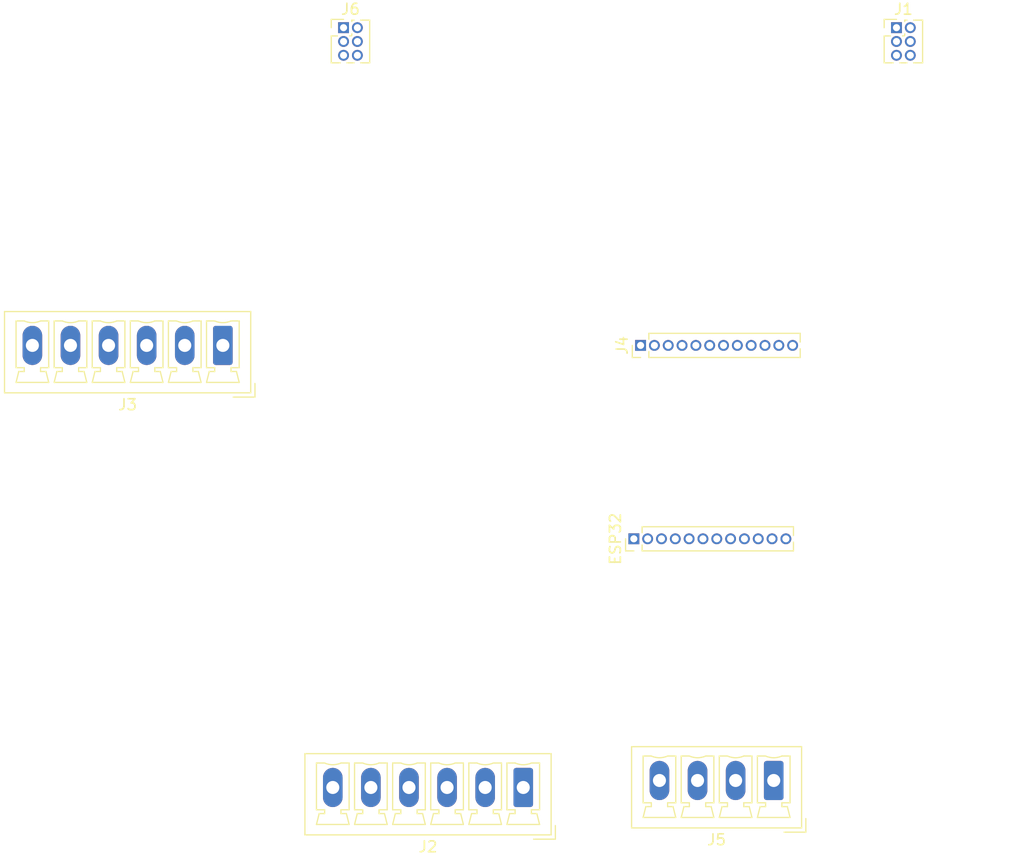
<source format=kicad_pcb>
(kicad_pcb (version 20211014) (generator pcbnew)
  (layers (0 "F.Cu" signal) (31 "B.Cu" signal) (34 "B.Paste" user "B.Plakken") (35 "F.Paste" user "F.Plakken") (36 "B.SilkS" user "B.Silkscreen") (37 "F.SilkS" user "F.Silkscreen") (38 "B.Mask" user) (39 "F.Mask" user "F. masker") (44 "Edge.Cuts" user))
  (net 0 "")
  (net 1 "/0")
  (net 2 "/1")
  (net 3 "/2")
  (net 4 "/3")
  (net 6 "cccc")
  (net 7 "Net-(ESP32-Pad7)")
  (net 8 "Net-(ESP32-Pad8)")
  (net 9 "+5V")
  (net 11 "Net-(ESP32-Pad11)")
  (net 18 "GND")
  (net 29 "unconnected-(J2-Pad3)")
  (footprint "Connector_PinHeader_1.27mm:PinHeader_1x12_P1.27mm_Vertical" (layer "F.Cu") (at 140.32 68.58 90)
    (fp_text reference "J4" (at 0 -1.695 90) (layer "F.SilkS"))
    (fp_text value "Conn_01x12_Female")
    (fp_line (start -1.11 14.665) (end -0.30753 14.665) (layer "F.SilkS") (width 0.12))
    (fp_line (start 0.30753 14.665) (end 1.11 14.665) (layer "F.SilkS") (width 0.12))
    (fp_line (start 0.563471 0.76) (end 1.11 0.76) (layer "F.SilkS") (width 0.12))
    (fp_line (start -1.11 0.76) (end -1.11 14.665) (layer "F.SilkS") (width 0.12))
    (fp_line (start 1.11 0.76) (end 1.11 14.665) (layer "F.SilkS") (width 0.12))
    (fp_line (start -1.11 0.76) (end -0.563471 0.76) (layer "F.SilkS") (width 0.12))
    (fp_line (start -1.11 0) (end -1.11 -0.76) (layer "F.SilkS") (width 0.12))
    (fp_line (start -1.11 -0.76) (end 0 -0.76) (layer "F.SilkS") (width 0.12))
    (pad "1" thru_hole rect (at 0 0 90) (size 1 1) (drill 0.65) (layers *.Cu *.Mask) (net 18 "GND"))
    (pad "2" thru_hole oval (at 0 1.27 90) (size 1 1) (drill 0.65) (layers *.Cu *.Mask) (net 18 "GND"))
    (pad "3" thru_hole oval (at 0 2.54 90) (size 1 1) (drill 0.65) (layers *.Cu *.Mask))
    (pad "4" thru_hole oval (at 0 3.81 90) (size 1 1) (drill 0.65) (layers *.Cu *.Mask))
    (pad "5" thru_hole oval (at 0 5.08 90) (size 1 1) (drill 0.65) (layers *.Cu *.Mask))
    (pad "6" thru_hole oval (at 0 6.35 90) (size 1 1) (drill 0.65) (layers *.Cu *.Mask))
    (pad "7" thru_hole oval (at 0 7.62 90) (size 1 1) (drill 0.65) (layers *.Cu *.Mask))
    (pad "8" thru_hole oval (at 0 8.89 90) (size 1 1) (drill 0.65) (layers *.Cu *.Mask))
    (pad "9" thru_hole oval (at 0 10.16 90) (size 1 1) (drill 0.65) (layers *.Cu *.Mask))
    (pad "10" thru_hole oval (at 0 11.43 90) (size 1 1) (drill 0.65) (layers *.Cu *.Mask))
    (pad "11" thru_hole oval (at 0 12.7 90) (size 1 1) (drill 0.65) (layers *.Cu *.Mask))
    (pad "12" thru_hole oval (at 0 13.97 90) (size 1 1) (drill 0.65) (layers *.Cu *.Mask))
  )
  (footprint "Connector_PinHeader_1.27mm:PinHeader_1x12_P1.27mm_Vertical" (layer "F.Cu") (at 139.7 86.36 90)
    (fp_text reference "ESP32" (at 0 -1.695 90) (layer "F.SilkS"))
    (fp_text value "Conn_01x12_Female")
    (fp_line (start -1.11 0.76) (end -0.563471 0.76) (layer "F.SilkS") (width 0.12))
    (fp_line (start 0.563471 0.76) (end 1.11 0.76) (layer "F.SilkS") (width 0.12))
    (fp_line (start 1.11 0.76) (end 1.11 14.665) (layer "F.SilkS") (width 0.12))
    (fp_line (start -1.11 0.76) (end -1.11 14.665) (layer "F.SilkS") (width 0.12))
    (fp_line (start -1.11 0) (end -1.11 -0.76) (layer "F.SilkS") (width 0.12))
    (fp_line (start -1.11 -0.76) (end 0 -0.76) (layer "F.SilkS") (width 0.12))
    (fp_line (start 0.30753 14.665) (end 1.11 14.665) (layer "F.SilkS") (width 0.12))
    (fp_line (start -1.11 14.665) (end -0.30753 14.665) (layer "F.SilkS") (width 0.12))
    (pad "1" thru_hole rect (at 0 0 90) (size 1 1) (drill 0.65) (layers *.Cu *.Mask) (net 1 "/0"))
    (pad "2" thru_hole oval (at 0 1.27 90) (size 1 1) (drill 0.65) (layers *.Cu *.Mask) (net 2 "/1"))
    (pad "3" thru_hole oval (at 0 2.54 90) (size 1 1) (drill 0.65) (layers *.Cu *.Mask) (net 3 "/2"))
    (pad "4" thru_hole oval (at 0 3.81 90) (size 1 1) (drill 0.65) (layers *.Cu *.Mask) (net 4 "/3"))
    (pad "5" thru_hole oval (at 0 5.08 90) (size 1 1) (drill 0.65) (layers *.Cu *.Mask))
    (pad "6" thru_hole oval (at 0 6.35 90) (size 1 1) (drill 0.65) (layers *.Cu *.Mask) (net 6 "cccc"))
    (pad "7" thru_hole oval (at 0 7.62 90) (size 1 1) (drill 0.65) (layers *.Cu *.Mask) (net 7 "Net-(ESP32-Pad7)"))
    (pad "8" thru_hole oval (at 0 8.89 90) (size 1 1) (drill 0.65) (layers *.Cu *.Mask) (net 8 "Net-(ESP32-Pad8)"))
    (pad "9" thru_hole oval (at 0 10.16 90) (size 1 1) (drill 0.65) (layers *.Cu *.Mask) (net 9 "+5V"))
    (pad "10" thru_hole oval (at 0 11.43 90) (size 1 1) (drill 0.65) (layers *.Cu *.Mask))
    (pad "11" thru_hole oval (at 0 12.7 90) (size 1 1) (drill 0.65) (layers *.Cu *.Mask) (net 11 "Net-(ESP32-Pad11)"))
    (pad "12" thru_hole oval (at 0 13.97 90) (size 1 1) (drill 0.65) (layers *.Cu *.Mask) (net 11 "Net-(ESP32-Pad11)"))
  )
  (footprint "Connector_Phoenix_MC:PhoenixContact_MCV_1,5_6-G-3.5_1x06_P3.50mm_Vertical" (layer "F.Cu") (at 129.54 109.22 180)
    (fp_text reference "J2" (at 8.75 -5.45) (layer "F.SilkS"))
    (fp_text value "buzzer en ws2812")
    (fp_line (start 4.25 -2.4) (end 4.25 -2.05) (layer "F.SilkS") (width 0.12))
    (fp_line (start 16.75 -2.4) (end 16.25 -2.4) (layer "F.SilkS") (width 0.12))
    (fp_line (start -2.56 3.11) (end 20.06 3.11) (layer "F.SilkS") (width 0.12))
    (fp_line (start 5.75 -2.4) (end 5.5 -3.4) (layer "F.SilkS") (width 0.12))
    (fp_line (start 5.5 -3.4) (end 8.5 -3.4) (layer "F.SilkS") (width 0.12))
    (fp_line (start 18.75 -2.4) (end 18.25 -2.4) (layer "F.SilkS") (width 0.12))
    (fp_line (start 12 -2.05) (end 12 2.25) (layer "F.SilkS") (width 0.12))
    (fp_line (start 6.25 -2.05) (end 6.25 -2.4) (layer "F.SilkS") (width 0.12))
    (fp_line (start -2.95 -3.5) (end -2.95 -4.75) (layer "F.SilkS") (width 0.12))
    (fp_line (start 19 2.25) (end 18.25 2.25) (layer "F.SilkS") (width 0.12))
    (fp_line (start 1.5 2.25) (end 0.75 2.25) (layer "F.SilkS") (width 0.12))
    (fp_line (start 13.25 -2.4) (end 12.75 -2.4) (layer "F.SilkS") (width 0.12))
    (fp_line (start 11.25 -2.05) (end 12 -2.05) (layer "F.SilkS") (width 0.12))
    (fp_line (start 6.25 -2.4) (end 5.75 -2.4) (layer "F.SilkS") (width 0.12))
    (fp_line (start 2.75 -2.05) (end 2.75 -2.4) (layer "F.SilkS") (width 0.12))
    (fp_line (start 13.25 -2.05) (end 13.25 -2.4) (layer "F.SilkS") (width 0.12))
    (fp_line (start 16 2.25) (end 16 -2.05) (layer "F.SilkS") (width 0.12))
    (fp_line (start 9 -2.05) (end 9.75 -2.05) (layer "F.SilkS") (width 0.12))
    (fp_line (start 16 -3.4) (end 19 -3.4) (layer "F.SilkS") (width 0.12))
    (fp_line (start 19 -2.05) (end 19 2.25) (layer "F.SilkS") (width 0.12))
    (fp_line (start -0.75 2.25) (end -1.5 2.25) (layer "F.SilkS") (width 0.12))
    (fp_line (start 9.75 2.25) (end 9 2.25) (layer "F.SilkS") (width 0.12))
    (fp_line (start 2 -2.05) (end 2.75 -2.05) (layer "F.SilkS") (width 0.12))
    (fp_line (start 16.25 -2.4) (end 16 -3.4) (layer "F.SilkS") (width 0.12))
    (fp_line (start -2.95 -4.75) (end -0.95 -4.75) (layer "F.SilkS") (width 0.12))
    (fp_line (start 12.5 2.25) (end 12.5 -2.05) (layer "F.SilkS") (width 0.12))
    (fp_line (start 14.75 -2.4) (end 14.75 -2.05) (layer "F.SilkS") (width 0.12))
    (fp_line (start 12.5 -2.05) (end 13.25 -2.05) (layer "F.SilkS") (width 0.12))
    (fp_line (start -2.56 -4.36) (end -2.56 3.11) (layer "F.SilkS") (width 0.12))
    (fp_line (start 5 -2.05) (end 5 2.25) (layer "F.SilkS") (width 0.12))
    (fp_line (start 11.75 -2.4) (end 11.25 -2.4) (layer "F.SilkS") (width 0.12))
    (fp_line (start 2.75 2.25) (end 2 2.25) (layer "F.SilkS") (width 0.12))
    (fp_line (start 13.25 2.25) (end 12.5 2.25) (layer "F.SilkS") (width 0.12))
    (fp_line (start 8.5 -3.4) (end 8.25 -2.4) (layer "F.SilkS") (width 0.12))
    (fp_line (start 16 -2.05) (end 16.75 -2.05) (layer "F.SilkS") (width 0.12))
    (fp_line (start 12 -3.4) (end 11.75 -2.4) (layer "F.SilkS") (width 0.12))
    (fp_line (start 2 -3.4) (end 5 -3.4) (layer "F.SilkS") (width 0.12))
    (fp_line (start 11.25 -2.4) (end 11.25 -2.05) (layer "F.SilkS") (width 0.12))
    (fp_line (start 0.75 -2.4) (end 0.75 -2.05) (layer "F.SilkS") (width 0.12))
    (fp_line (start 4.75 -2.4) (end 4.25 -2.4) (layer "F.SilkS") (width 0.12))
    (fp_line (start 12.5 -3.4) (end 15.5 -3.4) (layer "F.SilkS") (width 0.12))
    (fp_line (start -1.5 -3.4) (end 1.5 -3.4) (layer "F.SilkS") (width 0.12))
    (fp_line (start 12.75 -2.4) (end 12.5 -3.4) (layer "F.SilkS") (width 0.12))
    (fp_line (start -0.75 -2.05) (end -0.75 -2.4) (layer "F.SilkS") (width 0.12))
    (fp_line (start 6.25 2.25) (end 5.5 2.25) (layer "F.SilkS") (width 0.12))
    (fp_line (start 16.75 2.25) (end 16 2.25) (layer "F.SilkS") (width 0.12))
    (fp_line (start 5.5 -2.05) (end 6.25 -2.05) (layer "F.SilkS") (width 0.12))
    (fp_line (start 18.25 -2.05) (end 19 -2.05) (layer "F.SilkS") (width 0.12))
    (fp_line (start 19 -3.4) (end 18.75 -2.4) (layer "F.SilkS") (width 0.12))
    (fp_line (start 7.75 -2.4) (end 7.75 -2.05) (layer "F.SilkS") (width 0.12))
    (fp_line (start 15.5 2.25) (end 14.75 2.25) (layer "F.SilkS") (width 0.12))
    (fp_line (start 2 2.25) (end 2 -2.05) (layer "F.SilkS") (width 0.12))
    (fp_line (start 4.25 -2.05) (end 5 -2.05) (layer "F.SilkS") (width 0.12))
    (fp_line (start -1.25 -2.4) (end -1.5 -3.4) (layer "F.SilkS") (width 0.12))
    (fp_line (start 1.5 -3.4) (end 1.25 -2.4) (layer "F.SilkS") (width 0.12))
    (fp_line (start 9 2.25) (end 9 -2.05) (layer "F.SilkS") (width 0.12))
    (fp_line (start -1.5 2.25) (end -1.5 -2.05) (layer "F.SilkS") (width 0.12))
    (fp_line (start 2.25 -2.4) (end 2 -3.4) (layer "F.SilkS") (width 0.12))
    (fp_line (start 9.75 -2.4) (end 9.25 -2.4) (layer "F.SilkS") (width 0.12))
    (fp_line (start 1.25 -2.4) (end 0.75 -2.4) (layer "F.SilkS") (width 0.12))
    (fp_line (start 20.06 -4.36) (end -2.56 -4.36) (layer "F.SilkS") (width 0.12))
    (fp_line (start 9 -3.4) (end 12 -3.4) (layer "F.SilkS") (width 0.12))
    (fp_line (start 16.75 -2.05) (end 16.75 -2.4) (layer "F.SilkS") (width 0.12))
    (fp_line (start 5 -3.4) (end 4.75 -2.4) (layer "F.SilkS") (width 0.12))
    (fp_line (start 20.06 3.11) (end 20.06 -4.36) (layer "F.SilkS") (width 0.12))
    (fp_line (start 12 2.25) (end 11.25 2.25) (layer "F.SilkS") (width 0.12))
    (fp_line (start 5.5 2.25) (end 5.5 -2.05) (layer "F.SilkS") (width 0.12))
    (fp_line (start 8.5 -2.05) (end 8.5 2.25) (layer "F.SilkS") (width 0.12))
    (fp_line (start -0.75 -2.4) (end -1.25 -2.4) (layer "F.SilkS") (width 0.12))
    (fp_line (start 8.25 -2.4) (end 7.75 -2.4) (layer "F.SilkS") (width 0.12))
    (fp_line (start 7.75 -2.05) (end 8.5 -2.05) (layer "F.SilkS") (width 0.12))
    (fp_line (start 15.5 -2.05) (end 15.5 2.25) (layer "F.SilkS") (width 0.12))
    (fp_line (start -1.5 -2.05) (end -0.75 -2.05) (layer "F.SilkS") (width 0.12))
    (fp_line (start 9.75 -2.05) (end 9.75 -2.4) (layer "F.SilkS") (width 0.12))
    (fp_line (start 5 2.25) (end 4.25 2.25) (layer "F.SilkS") (width 0.12))
    (fp_line (start 1.5 -2.05) (end 1.5 2.25) (layer "F.SilkS") (width 0.12))
    (fp_line (start 14.75 -2.05) (end 15.5 -2.05) (layer "F.SilkS") (width 0.12))
    (fp_line (start 18.25 -2.4) (end 18.25 -2.05) (layer "F.SilkS") (width 0.12))
    (fp_line (start 9.25 -2.4) (end 9 -3.4) (layer "F.SilkS") (width 0.12))
    (fp_line (start 8.5 2.25) (end 7.75 2.25) (layer "F.SilkS") (width 0.12))
    (fp_line (start 2.75 -2.4) (end 2.25 -2.4) (layer "F.SilkS") (width 0.12))
    (fp_line (start 15.25 -2.4) (end 14.75 -2.4) (layer "F.SilkS") (width 0.12))
    (fp_line (start 0.75 -2.05) (end 1.5 -2.05) (layer "F.SilkS") (width 0.12))
    (fp_line (start 15.5 -3.4) (end 15.25 -2.4) (layer "F.SilkS") (width 0.12))
    (fp_arc (start 9.75 2.25) (mid 10.499807 2.09191) (end 11.249647 2.249844) (layer "F.SilkS") (width 0.12))
    (fp_arc (start 16.75 2.25) (mid 17.499807 2.09191) (end 18.249647 2.249844) (layer "F.SilkS") (width 0.12))
    (fp_arc (start -0.75 2.25) (mid -0.000193 2.09191) (end 0.749647 2.249844) (layer "F.SilkS") (width 0.12))
    (fp_arc (start 2.75 2.25) (mid 3.499807 2.09191) (end 4.249647 2.249844) (layer "F.SilkS") (width 0.12))
    (fp_arc (start 6.25 2.25) (mid 6.999807 2.09191) (end 7.749647 2.249844) (layer "F.SilkS") (width 0.12))
    (fp_arc (start 13.25 2.25) (mid 13.999807 2.09191) (end 14.749647 2.249844) (layer "F.SilkS") (width 0.12))
    (pad "1" thru_hole roundrect (at 0 0 180) (size 1.8 3.6) (drill 1.2) (layers *.Cu *.Mask) (roundrect_rratio 0.138889) (net 9 "+5V"))
    (pad "2" thru_hole oval (at 3.5 0 180) (size 1.8 3.6) (drill 1.2) (layers *.Cu *.Mask) (net 18 "GND"))
    (pad "3" thru_hole oval (at 7 0 180) (size 1.8 3.6) (drill 1.2) (layers *.Cu *.Mask) (net 29 "unconnected-(J2-Pad3)"))
    (pad "4" thru_hole oval (at 10.5 0 180) (size 1.8 3.6) (drill 1.2) (layers *.Cu *.Mask) (net 9 "+5V"))
    (pad "5" thru_hole oval (at 14 0 180) (size 1.8 3.6) (drill 1.2) (layers *.Cu *.Mask) (net 18 "GND"))
    (pad "6" thru_hole oval (at 17.5 0 180) (size 1.8 3.6) (drill 1.2) (layers *.Cu *.Mask) (net 4 "/3"))
  )
  (footprint "Connector_Phoenix_MC:PhoenixContact_MCV_1,5_4-G-3.5_1x04_P3.50mm_Vertical" (layer "F.Cu") (at 152.5525 108.5775 180)
    (fp_text reference "J5" (at 5.25 -5.45) (layer "F.SilkS"))
    (fp_text value "schakelaars")
    (fp_line (start 8.5 2.25) (end 7.75 2.25) (layer "F.SilkS") (width 0.12))
    (fp_line (start 0.75 -2.05) (end 1.5 -2.05) (layer "F.SilkS") (width 0.12))
    (fp_line (start -1.25 -2.4) (end -1.5 -3.4) (layer "F.SilkS") (width 0.12))
    (fp_line (start 13.06 -4.36) (end -2.56 -4.36) (layer "F.SilkS") (width 0.12))
    (fp_line (start -0.75 -2.4) (end -1.25 -2.4) (layer "F.SilkS") (width 0.12))
    (fp_line (start 9.75 -2.4) (end 9.25 -2.4) (layer "F.SilkS") (width 0.12))
    (fp_line (start -0.75 2.25) (end -1.5 2.25) (layer "F.SilkS") (width 0.12))
    (fp_line (start 2 -2.05) (end 2.75 -2.05) (layer "F.SilkS") (width 0.12))
    (fp_line (start 6.25 -2.4) (end 5.75 -2.4) (layer "F.SilkS") (width 0.12))
    (fp_line (start 2.25 -2.4) (end 2 -3.4) (layer "F.SilkS") (width 0.12))
    (fp_line (start 12 2.25) (end 11.25 2.25) (layer "F.SilkS") (width 0.12))
    (fp_line (start -2.95 -4.75) (end -0.95 -4.75) (layer "F.SilkS") (width 0.12))
    (fp_line (start 0.75 -2.4) (end 0.75 -2.05) (layer "F.SilkS") (width 0.12))
    (fp_line (start 1.25 -2.4) (end 0.75 -2.4) (layer "F.SilkS") (width 0.12))
    (fp_line (start 2.75 -2.05) (end 2.75 -2.4) (layer "F.SilkS") (width 0.12))
    (fp_line (start 12 -2.05) (end 12 2.25) (layer "F.SilkS") (width 0.12))
    (fp_line (start 8.5 -2.05) (end 8.5 2.25) (layer "F.SilkS") (width 0.12))
    (fp_line (start -1.5 -3.4) (end 1.5 -3.4) (layer "F.SilkS") (width 0.12))
    (fp_line (start 2.75 -2.4) (end 2.25 -2.4) (layer "F.SilkS") (width 0.12))
    (fp_line (start -2.95 -3.5) (end -2.95 -4.75) (layer "F.SilkS") (width 0.12))
    (fp_line (start 2.75 2.25) (end 2 2.25) (layer "F.SilkS") (width 0.12))
    (fp_line (start -1.5 -2.05) (end -0.75 -2.05) (layer "F.SilkS") (width 0.12))
    (fp_line (start 9.75 2.25) (end 9 2.25) (layer "F.SilkS") (width 0.12))
    (fp_line (start 7.75 -2.4) (end 7.75 -2.05) (layer "F.SilkS") (width 0.12))
    (fp_line (start 11.25 -2.05) (end 12 -2.05) (layer "F.SilkS") (width 0.12))
    (fp_line (start 5.5 -2.05) (end 6.25 -2.05) (layer "F.SilkS") (width 0.12))
    (fp_line (start 7.75 -2.05) (end 8.5 -2.05) (layer "F.SilkS") (width 0.12))
    (fp_line (start 4.25 -2.05) (end 5 -2.05) (layer "F.SilkS") (width 0.12))
    (fp_line (start 12 -3.4) (end 11.75 -2.4) (layer "F.SilkS") (width 0.12))
    (fp_line (start 9.75 -2.05) (end 9.75 -2.4) (layer "F.SilkS") (width 0.12))
    (fp_line (start 2 -3.4) (end 5 -3.4) (layer "F.SilkS") (width 0.12))
    (fp_line (start 9 2.25) (end 9 -2.05) (layer "F.SilkS") (width 0.12))
    (fp_line (start -2.56 3.11) (end 13.06 3.11) (layer "F.SilkS") (width 0.12))
    (fp_line (start 4.25 -2.4) (end 4.25 -2.05) (layer "F.SilkS") (width 0.12))
    (fp_line (start 2 2.25) (end 2 -2.05) (layer "F.SilkS") (width 0.12))
    (fp_line (start 5 -2.05) (end 5 2.25) (layer "F.SilkS") (width 0.12))
    (fp_line (start 1.5 -2.05) (end 1.5 2.25) (layer "F.SilkS") (width 0.12))
    (fp_line (start 9 -2.05) (end 9.75 -2.05) (layer "F.SilkS") (width 0.12))
    (fp_line (start 5.5 2.25) (end 5.5 -2.05) (layer "F.SilkS") (width 0.12))
    (fp_line (start 13.06 3.11) (end 13.06 -4.36) (layer "F.SilkS") (width 0.12))
    (fp_line (start -0.75 -2.05) (end -0.75 -2.4) (layer "F.SilkS") (width 0.12))
    (fp_line (start 9 -3.4) (end 12 -3.4) (layer "F.SilkS") (width 0.12))
    (fp_line (start 6.25 -2.05) (end 6.25 -2.4) (layer "F.SilkS") (width 0.12))
    (fp_line (start 8.5 -3.4) (end 8.25 -2.4) (layer "F.SilkS") (width 0.12))
    (fp_line (start 11.25 -2.4) (end 11.25 -2.05) (layer "F.SilkS") (width 0.12))
    (fp_line (start 5 -3.4) (end 4.75 -2.4) (layer "F.SilkS") (width 0.12))
    (fp_line (start -2.56 -4.36) (end -2.56 3.11) (layer "F.SilkS") (width 0.12))
    (fp_line (start 1.5 2.25) (end 0.75 2.25) (layer "F.SilkS") (width 0.12))
    (fp_line (start 5.5 -3.4) (end 8.5 -3.4) (layer "F.SilkS") (width 0.12))
    (fp_line (start -1.5 2.25) (end -1.5 -2.05) (layer "F.SilkS") (width 0.12))
    (fp_line (start 5 2.25) (end 4.25 2.25) (layer "F.SilkS") (width 0.12))
    (fp_line (start 9.25 -2.4) (end 9 -3.4) (layer "F.SilkS") (width 0.12))
    (fp_line (start 1.5 -3.4) (end 1.25 -2.4) (layer "F.SilkS") (width 0.12))
    (fp_line (start 6.25 2.25) (end 5.5 2.25) (layer "F.SilkS") (width 0.12))
    (fp_line (start 11.75 -2.4) (end 11.25 -2.4) (layer "F.SilkS") (width 0.12))
    (fp_line (start 5.75 -2.4) (end 5.5 -3.4) (layer "F.SilkS") (width 0.12))
    (fp_line (start 8.25 -2.4) (end 7.75 -2.4) (layer "F.SilkS") (width 0.12))
    (fp_line (start 4.75 -2.4) (end 4.25 -2.4) (layer "F.SilkS") (width 0.12))
    (fp_arc (start -0.75 2.25) (mid -0.000193 2.09191) (end 0.749647 2.249844) (layer "F.SilkS") (width 0.12))
    (fp_arc (start 6.25 2.25) (mid 6.999807 2.09191) (end 7.749647 2.249844) (layer "F.SilkS") (width 0.12))
    (fp_arc (start 2.75 2.25) (mid 3.499807 2.09191) (end 4.249647 2.249844) (layer "F.SilkS") (width 0.12))
    (fp_arc (start 9.75 2.25) (mid 10.499807 2.09191) (end 11.249647 2.249844) (layer "F.SilkS") (width 0.12))
    (pad "1" thru_hole roundrect (at 0 0 180) (size 1.8 3.6) (drill 1.2) (layers *.Cu *.Mask) (roundrect_rratio 0.138889) (net 18 "GND"))
    (pad "2" thru_hole oval (at 3.5 0 180) (size 1.8 3.6) (drill 1.2) (layers *.Cu *.Mask) (net 8 "Net-(ESP32-Pad8)"))
    (pad "3" thru_hole oval (at 7 0 180) (size 1.8 3.6) (drill 1.2) (layers *.Cu *.Mask) (net 7 "Net-(ESP32-Pad7)"))
    (pad "4" thru_hole oval (at 10.5 0 180) (size 1.8 3.6) (drill 1.2) (layers *.Cu *.Mask) (net 6 "cccc"))
  )
  (footprint "Connector_Phoenix_MC:PhoenixContact_MCV_1,5_6-G-3.5_1x06_P3.50mm_Vertical" (layer "F.Cu") (at 101.94 68.58 180)
    (fp_text reference "J3" (at 8.75 -5.45) (layer "F.SilkS"))
    (fp_text value "Screw_Terminal_01x06")
    (fp_line (start -1.5 -3.4) (end 1.5 -3.4) (layer "F.SilkS") (width 0.12))
    (fp_line (start -2.56 -4.36) (end -2.56 3.11) (layer "F.SilkS") (width 0.12))
    (fp_line (start 1.5 2.25) (end 0.75 2.25) (layer "F.SilkS") (width 0.12))
    (fp_line (start 16.75 -2.05) (end 16.75 -2.4) (layer "F.SilkS") (width 0.12))
    (fp_line (start 11.25 -2.05) (end 12 -2.05) (layer "F.SilkS") (width 0.12))
    (fp_line (start 7.75 -2.4) (end 7.75 -2.05) (layer "F.SilkS") (width 0.12))
    (fp_line (start 12.5 2.25) (end 12.5 -2.05) (layer "F.SilkS") (width 0.12))
    (fp_line (start 16 2.25) (end 16 -2.05) (layer "F.SilkS") (width 0.12))
    (fp_line (start 5 -2.05) (end 5 2.25) (layer "F.SilkS") (width 0.12))
    (fp_line (start 11.25 -2.4) (end 11.25 -2.05) (layer "F.SilkS") (width 0.12))
    (fp_line (start 8.5 -3.4) (end 8.25 -2.4) (layer "F.SilkS") (width 0.12))
    (fp_line (start 16.25 -2.4) (end 16 -3.4) (layer "F.SilkS") (width 0.12))
    (fp_line (start 18.25 -2.05) (end 19 -2.05) (layer "F.SilkS") (width 0.12))
    (fp_line (start 7.75 -2.05) (end 8.5 -2.05) (layer "F.SilkS") (width 0.12))
    (fp_line (start 5.5 2.25) (end 5.5 -2.05) (layer "F.SilkS") (width 0.12))
    (fp_line (start 19 -2.05) (end 19 2.25) (layer "F.SilkS") (width 0.12))
    (fp_line (start 16 -3.4) (end 19 -3.4) (layer "F.SilkS") (width 0.12))
    (fp_line (start 9 2.25) (end 9 -2.05) (layer "F.SilkS") (width 0.12))
    (fp_line (start 8.5 -2.05) (end 8.5 2.25) (layer "F.SilkS") (width 0.12))
    (fp_line (start 9.75 -2.4) (end 9.25 -2.4) (layer "F.SilkS") (width 0.12))
    (fp_line (start 6.25 -2.4) (end 5.75 -2.4) (layer "F.SilkS") (width 0.12))
    (fp_line (start -1.5 2.25) (end -1.5 -2.05) (layer "F.SilkS") (width 0.12))
    (fp_line (start -2.95 -4.75) (end -0.95 -4.75) (layer "F.SilkS") (width 0.12))
    (fp_line (start 19 2.25) (end 18.25 2.25) (layer "F.SilkS") (width 0.12))
    (fp_line (start 16.75 -2.4) (end 16.25 -2.4) (layer "F.SilkS") (width 0.12))
    (fp_line (start 19 -3.4) (end 18.75 -2.4) (layer "F.SilkS") (width 0.12))
    (fp_line (start -1.25 -2.4) (end -1.5 -3.4) (layer "F.SilkS") (width 0.12))
    (fp_line (start 1.5 -2.05) (end 1.5 2.25) (layer "F.SilkS") (width 0.12))
    (fp_line (start -0.75 -2.4) (end -1.25 -2.4) (layer "F.SilkS") (width 0.12))
    (fp_line (start 1.25 -2.4) (end 0.75 -2.4) (layer "F.SilkS") (width 0.12))
    (fp_line (start 12.5 -3.4) (end 15.5 -3.4) (layer "F.SilkS") (width 0.12))
    (fp_line (start 14.75 -2.05) (end 15.5 -2.05) (layer "F.SilkS") (width 0.12))
    (fp_line (start -2.56 3.11) (end 20.06 3.11) (layer "F.SilkS") (width 0.12))
    (fp_line (start 16.75 2.25) (end 16 2.25) (layer "F.SilkS") (width 0.12))
    (fp_line (start 0.75 -2.4) (end 0.75 -2.05) (layer "F.SilkS") (width 0.12))
    (fp_line (start 0.75 -2.05) (end 1.5 -2.05) (layer "F.SilkS") (width 0.12))
    (fp_line (start 15.5 -2.05) (end 15.5 2.25) (layer "F.SilkS") (width 0.12))
    (fp_line (start -0.75 2.25) (end -1.5 2.25) (layer "F.SilkS") (width 0.12))
    (fp_line (start 20.06 3.11) (end 20.06 -4.36) (layer "F.SilkS") (width 0.12))
    (fp_line (start 12.5 -2.05) (end 13.25 -2.05) (layer "F.SilkS") (width 0.12))
    (fp_line (start -1.5 -2.05) (end -0.75 -2.05) (layer "F.SilkS") (width 0.12))
    (fp_line (start 12 -3.4) (end 11.75 -2.4) (layer "F.SilkS") (width 0.12))
    (fp_line (start 4.25 -2.4) (end 4.25 -2.05) (layer "F.SilkS") (width 0.12))
    (fp_line (start 20.06 -4.36) (end -2.56 -4.36) (layer "F.SilkS") (width 0.12))
    (fp_line (start 12 2.25) (end 11.25 2.25) (layer "F.SilkS") (width 0.12))
    (fp_line (start 15.25 -2.4) (end 14.75 -2.4) (layer "F.SilkS") (width 0.12))
    (fp_line (start 5.5 -3.4) (end 8.5 -3.4) (layer "F.SilkS") (width 0.12))
    (fp_line (start 4.25 -2.05) (end 5 -2.05) (layer "F.SilkS") (width 0.12))
    (fp_line (start 2.25 -2.4) (end 2 -3.4) (layer "F.SilkS") (width 0.12))
    (fp_line (start 15.5 -3.4) (end 15.25 -2.4) (layer "F.SilkS") (width 0.12))
    (fp_line (start 5.5 -2.05) (end 6.25 -2.05) (layer "F.SilkS") (width 0.12))
    (fp_line (start 9.75 2.25) (end 9 2.25) (layer "F.SilkS") (width 0.12))
    (fp_line (start 2 2.25) (end 2 -2.05) (layer "F.SilkS") (width 0.12))
    (fp_line (start 1.5 -3.4) (end 1.25 -2.4) (layer "F.SilkS") (width 0.12))
    (fp_line (start 5.75 -2.4) (end 5.5 -3.4) (layer "F.SilkS") (width 0.12))
    (fp_line (start 2 -2.05) (end 2.75 -2.05) (layer "F.SilkS") (width 0.12))
    (fp_line (start 2.75 -2.4) (end 2.25 -2.4) (layer "F.SilkS") (width 0.12))
    (fp_line (start 6.25 2.25) (end 5.5 2.25) (layer "F.SilkS") (width 0.12))
    (fp_line (start 13.25 -2.4) (end 12.75 -2.4) (layer "F.SilkS") (width 0.12))
    (fp_line (start 9 -2.05) (end 9.75 -2.05) (layer "F.SilkS") (width 0.12))
    (fp_line (start 13.25 2.25) (end 12.5 2.25) (layer "F.SilkS") (width 0.12))
    (fp_line (start 14.75 -2.4) (end 14.75 -2.05) (layer "F.SilkS") (width 0.12))
    (fp_line (start 2 -3.4) (end 5 -3.4) (layer "F.SilkS") (width 0.12))
    (fp_line (start 16 -2.05) (end 16.75 -2.05) (layer "F.SilkS") (width 0.12))
    (fp_line (start 2.75 2.25) (end 2 2.25) (layer "F.SilkS") (width 0.12))
    (fp_line (start 5 -3.4) (end 4.75 -2.4) (layer "F.SilkS") (width 0.12))
    (fp_line (start -2.95 -3.5) (end -2.95 -4.75) (layer "F.SilkS") (width 0.12))
    (fp_line (start 5 2.25) (end 4.25 2.25) (layer "F.SilkS") (width 0.12))
    (fp_line (start 12.75 -2.4) (end 12.5 -3.4) (layer "F.SilkS") (width 0.12))
    (fp_line (start 2.75 -2.05) (end 2.75 -2.4) (layer "F.SilkS") (width 0.12))
    (fp_line (start 9.25 -2.4) (end 9 -3.4) (layer "F.SilkS") (width 0.12))
    (fp_line (start 15.5 2.25) (end 14.75 2.25) (layer "F.SilkS") (width 0.12))
    (fp_line (start 18.75 -2.4) (end 18.25 -2.4) (layer "F.SilkS") (width 0.12))
    (fp_line (start -0.75 -2.05) (end -0.75 -2.4) (layer "F.SilkS") (width 0.12))
    (fp_line (start 8.5 2.25) (end 7.75 2.25) (layer "F.SilkS") (width 0.12))
    (fp_line (start 8.25 -2.4) (end 7.75 -2.4) (layer "F.SilkS") (width 0.12))
    (fp_line (start 9.75 -2.05) (end 9.75 -2.4) (layer "F.SilkS") (width 0.12))
    (fp_line (start 13.25 -2.05) (end 13.25 -2.4) (layer "F.SilkS") (width 0.12))
    (fp_line (start 18.25 -2.4) (end 18.25 -2.05) (layer "F.SilkS") (width 0.12))
    (fp_line (start 9 -3.4) (end 12 -3.4) (layer "F.SilkS") (width 0.12))
    (fp_line (start 4.75 -2.4) (end 4.25 -2.4) (layer "F.SilkS") (width 0.12))
    (fp_line (start 12 -2.05) (end 12 2.25) (layer "F.SilkS") (width 0.12))
    (fp_line (start 6.25 -2.05) (end 6.25 -2.4) (layer "F.SilkS") (width 0.12))
    (fp_line (start 11.75 -2.4) (end 11.25 -2.4) (layer "F.SilkS") (width 0.12))
    (fp_arc (start 2.75 2.25) (mid 3.499807 2.09191) (end 4.249647 2.249844) (layer "F.SilkS") (width 0.12))
    (fp_arc (start 16.75 2.25) (mid 17.499807 2.09191) (end 18.249647 2.249844) (layer "F.SilkS") (width 0.12))
    (fp_arc (start 9.75 2.25) (mid 10.499807 2.09191) (end 11.249647 2.249844) (layer "F.SilkS") (width 0.12))
    (fp_arc (start 13.25 2.25) (mid 13.999807 2.09191) (end 14.749647 2.249844) (layer "F.SilkS") (width 0.12))
    (fp_arc (start 6.25 2.25) (mid 6.999807 2.09191) (end 7.749647 2.249844) (layer "F.SilkS") (width 0.12))
    (fp_arc (start -0.75 2.25) (mid -0.000193 2.09191) (end 0.749647 2.249844) (layer "F.SilkS") (width 0.12))
    (pad "1" thru_hole roundrect (at 0 0 180) (size 1.8 3.6) (drill 1.2) (layers *.Cu *.Mask) (roundrect_rratio 0.138889))
    (pad "2" thru_hole oval (at 3.5 0 180) (size 1.8 3.6) (drill 1.2) (layers *.Cu *.Mask))
    (pad "3" thru_hole oval (at 7 0 180) (size 1.8 3.6) (drill 1.2) (layers *.Cu *.Mask))
    (pad "4" thru_hole oval (at 10.5 0 180) (size 1.8 3.6) (drill 1.2) (layers *.Cu *.Mask))
    (pad "5" thru_hole oval (at 14 0 180) (size 1.8 3.6) (drill 1.2) (layers *.Cu *.Mask))
    (pad "6" thru_hole oval (at 17.5 0 180) (size 1.8 3.6) (drill 1.2) (layers *.Cu *.Mask))
  )
  (footprint "Connector_PinHeader_1.27mm:PinHeader_2x03_P1.27mm_Vertical" (layer "F.Cu") (at 113.03 39.37)
    (fp_text reference "J6" (at 0.635 -1.695) (layer "F.SilkS"))
    (fp_text value "Conn_02x03_Row_Letter_First")
    (fp_line (start 0.30753 3.235) (end 0.96247 3.235) (layer "F.SilkS") (width 0.12))
    (fp_line (start 0.76 -0.563471) (end 0.76 -0.695) (layer "F.SilkS") (width 0.12))
    (fp_line (start 2.4 -0.695) (end 2.4 3.235) (layer "F.SilkS") (width 0.12))
    (fp_line (start -1.13 0.76) (end -0.563471 0.76) (layer "F.SilkS") (width 0.12))
    (fp_line (start 0.76 -0.695) (end 0.96247 -0.695) (layer "F.SilkS") (width 0.12))
    (fp_line (start 0.563471 0.76) (end 0.706529 0.76) (layer "F.SilkS") (width 0.12))
    (fp_line (start 1.57753 -0.695) (end 2.4 -0.695) (layer "F.SilkS") (width 0.12))
    (fp_line (start -1.13 0) (end -1.13 -0.76) (layer "F.SilkS") (width 0.12))
    (fp_line (start 0.76 0.706529) (end 0.76 0.563471) (layer "F.SilkS") (width 0.12))
    (fp_line (start -1.13 0.76) (end -1.13 3.235) (layer "F.SilkS") (width 0.12))
    (fp_line (start -1.13 3.235) (end -0.30753 3.235) (layer "F.SilkS") (width 0.12))
    (fp_line (start 1.57753 3.235) (end 2.4 3.235) (layer "F.SilkS") (width 0.12))
    (fp_line (start -1.13 -0.76) (end 0 -0.76) (layer "F.SilkS") (width 0.12))
    (pad "1" thru_hole rect (at 0 0) (size 1 1) (drill 0.65) (layers *.Cu *.Mask))
    (pad "2" thru_hole oval (at 1.27 0) (size 1 1) (drill 0.65) (layers *.Cu *.Mask))
    (pad "3" thru_hole oval (at 0 1.27) (size 1 1) (drill 0.65) (layers *.Cu *.Mask))
    (pad "4" thru_hole oval (at 1.27 1.27) (size 1 1) (drill 0.65) (layers *.Cu *.Mask))
    (pad "5" thru_hole oval (at 0 2.54) (size 1 1) (drill 0.65) (layers *.Cu *.Mask))
    (pad "6" thru_hole oval (at 1.27 2.54) (size 1 1) (drill 0.65) (layers *.Cu *.Mask))
  )
  (footprint "Connector_PinHeader_1.27mm:PinHeader_2x03_P1.27mm_Vertical" (layer "F.Cu") (at 163.83 39.37)
    (fp_text reference "J1" (at 0.635 -1.695) (layer "F.SilkS"))
    (fp_text value "Conn_02x03_Row_Letter_First")
    (fp_line (start 0.563471 0.76) (end 0.706529 0.76) (layer "F.SilkS") (width 0.12))
    (fp_line (start -1.13 3.235) (end -0.30753 3.235) (layer "F.SilkS") (width 0.12))
    (fp_line (start -1.13 0) (end -1.13 -0.76) (layer "F.SilkS") (width 0.12))
    (fp_line (start -1.13 -0.76) (end 0 -0.76) (layer "F.SilkS") (width 0.12))
    (fp_line (start 0.30753 3.235) (end 0.96247 3.235) (layer "F.SilkS") (width 0.12))
    (fp_line (start 0.76 -0.563471) (end 0.76 -0.695) (layer "F.SilkS") (width 0.12))
    (fp_line (start -1.13 0.76) (end -1.13 3.235) (layer "F.SilkS") (width 0.12))
    (fp_line (start 0.76 0.706529) (end 0.76 0.563471) (layer "F.SilkS") (width 0.12))
    (fp_line (start -1.13 0.76) (end -0.563471 0.76) (layer "F.SilkS") (width 0.12))
    (fp_line (start 2.4 -0.695) (end 2.4 3.235) (layer "F.SilkS") (width 0.12))
    (fp_line (start 1.57753 3.235) (end 2.4 3.235) (layer "F.SilkS") (width 0.12))
    (fp_line (start 1.57753 -0.695) (end 2.4 -0.695) (layer "F.SilkS") (width 0.12))
    (fp_line (start 0.76 -0.695) (end 0.96247 -0.695) (layer "F.SilkS") (width 0.12))
    (pad "1" thru_hole rect (at 0 0) (size 1 1) (drill 0.65) (layers *.Cu *.Mask))
    (pad "2" thru_hole oval (at 1.27 0) (size 1 1) (drill 0.65) (layers *.Cu *.Mask))
    (pad "3" thru_hole oval (at 0 1.27) (size 1 1) (drill 0.65) (layers *.Cu *.Mask))
    (pad "4" thru_hole oval (at 1.27 1.27) (size 1 1) (drill 0.65) (layers *.Cu *.Mask))
    (pad "5" thru_hole oval (at 0 2.54) (size 1 1) (drill 0.65) (layers *.Cu *.Mask))
    (pad "6" thru_hole oval (at 1.27 2.54) (size 1 1) (drill 0.65) (layers *.Cu *.Mask))
  )
  (segment (start 122.54 109.22) (end 122.54 108.6) (width 0.25) (layer "F.Cu") (net 29))
)
</source>
